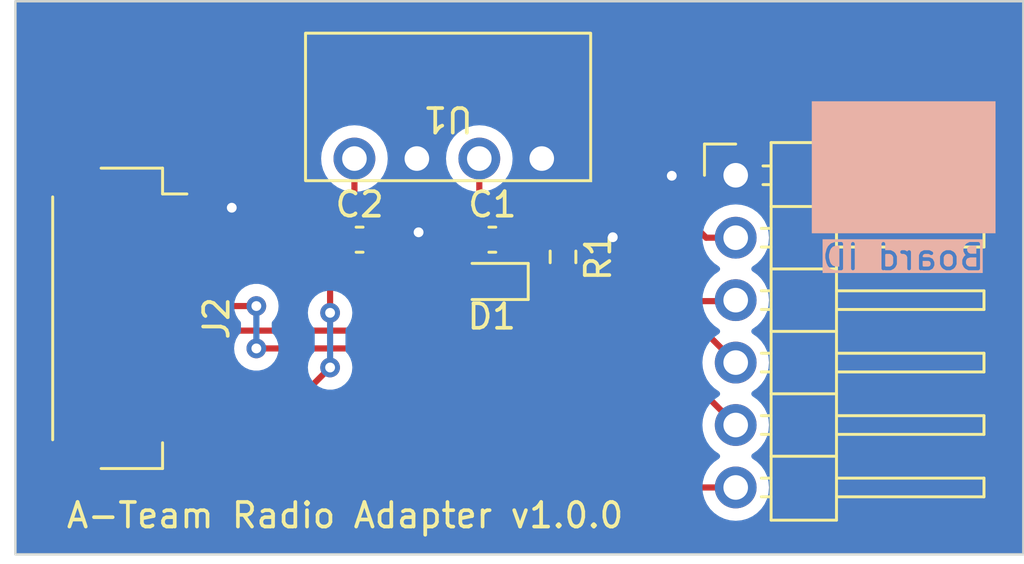
<source format=kicad_pcb>
(kicad_pcb (version 20221018) (generator pcbnew)
  (layers (0 "F.Cu" signal) (31 "B.Cu" signal) (34 "B.Paste" user) (35 "F.Paste" user) (36 "B.SilkS" user "B.Silkscreen") (37 "F.SilkS" user "F.Silkscreen") (38 "B.Mask" user) (39 "F.Mask" user) (44 "Edge.Cuts" user))
  (net 0 "")
  (net 1 "+5V")
  (net 2 "GND")
  (net 3 "+3.3V")
  (net 4 "Net-(D1-K)")
  (net 5 "/CTS")
  (net 6 "/TX")
  (net 7 "/RX")
  (net 8 "/RTS")
  (net 9 "/BOOT0_3v3")
  (net 10 "/RST_3v3")
  (footprint "Connector_PinHeader_2.54mm:PinHeader_1x06_P2.54mm_Horizontal" (layer "F.Cu") (at 165.3 75.08)
    (fp_text reference "J1" (at 4.385 -2.27) (layer "F.SilkS"))
    (fp_text value "Conn_01x06")
    (fp_line (start -1.27 -1.27) (end 0 -1.27) (stroke (width 0.12)) (layer "F.SilkS"))
    (fp_line (start -1.27 0) (end -1.27 -1.27) (stroke (width 0.12)) (layer "F.SilkS"))
    (fp_line (start 1.042929 2.16) (end 1.44 2.16) (stroke (width 0.12)) (layer "F.SilkS"))
    (fp_line (start 1.042929 2.92) (end 1.44 2.92) (stroke (width 0.12)) (layer "F.SilkS"))
    (fp_line (start 1.042929 4.7) (end 1.44 4.7) (stroke (width 0.12)) (layer "F.SilkS"))
    (fp_line (start 1.042929 5.46) (end 1.44 5.46) (stroke (width 0.12)) (layer "F.SilkS"))
    (fp_line (start 1.042929 7.24) (end 1.44 7.24) (stroke (width 0.12)) (layer "F.SilkS"))
    (fp_line (start 1.042929 8) (end 1.44 8) (stroke (width 0.12)) (layer "F.SilkS"))
    (fp_line (start 1.042929 9.78) (end 1.44 9.78) (stroke (width 0.12)) (layer "F.SilkS"))
    (fp_line (start 1.042929 10.54) (end 1.44 10.54) (stroke (width 0.12)) (layer "F.SilkS"))
    (fp_line (start 1.042929 12.32) (end 1.44 12.32) (stroke (width 0.12)) (layer "F.SilkS"))
    (fp_line (start 1.042929 13.08) (end 1.44 13.08) (stroke (width 0.12)) (layer "F.SilkS"))
    (fp_line (start 1.11 -0.38) (end 1.44 -0.38) (stroke (width 0.12)) (layer "F.SilkS"))
    (fp_line (start 1.11 0.38) (end 1.44 0.38) (stroke (width 0.12)) (layer "F.SilkS"))
    (fp_line (start 1.44 -1.33) (end 1.44 14.03) (stroke (width 0.12)) (layer "F.SilkS"))
    (fp_line (start 1.44 1.27) (end 4.1 1.27) (stroke (width 0.12)) (layer "F.SilkS"))
    (fp_line (start 1.44 3.81) (end 4.1 3.81) (stroke (width 0.12)) (layer "F.SilkS"))
    (fp_line (start 1.44 6.35) (end 4.1 6.35) (stroke (width 0.12)) (layer "F.SilkS"))
    (fp_line (start 1.44 8.89) (end 4.1 8.89) (stroke (width 0.12)) (layer "F.SilkS"))
    (fp_line (start 1.44 11.43) (end 4.1 11.43) (stroke (width 0.12)) (layer "F.SilkS"))
    (fp_line (start 1.44 14.03) (end 4.1 14.03) (stroke (width 0.12)) (layer "F.SilkS"))
    (fp_line (start 4.1 -1.33) (end 1.44 -1.33) (stroke (width 0.12)) (layer "F.SilkS"))
    (fp_line (start 4.1 -0.38) (end 10.1 -0.38) (stroke (width 0.12)) (layer "F.SilkS"))
    (fp_line (start 4.1 -0.32) (end 10.1 -0.32) (stroke (width 0.12)) (layer "F.SilkS"))
    (fp_line (start 4.1 -0.2) (end 10.1 -0.2) (stroke (width 0.12)) (layer "F.SilkS"))
    (fp_line (start 4.1 -0.08) (end 10.1 -0.08) (stroke (width 0.12)) (layer "F.SilkS"))
    (fp_line (start 4.1 0.04) (end 10.1 0.04) (stroke (width 0.12)) (layer "F.SilkS"))
    (fp_line (start 4.1 0.16) (end 10.1 0.16) (stroke (width 0.12)) (layer "F.SilkS"))
    (fp_line (start 4.1 0.28) (end 10.1 0.28) (stroke (width 0.12)) (layer "F.SilkS"))
    (fp_line (start 4.1 2.16) (end 10.1 2.16) (stroke (width 0.12)) (layer "F.SilkS"))
    (fp_line (start 4.1 4.7) (end 10.1 4.7) (stroke (width 0.12)) (layer "F.SilkS"))
    (fp_line (start 4.1 7.24) (end 10.1 7.24) (stroke (width 0.12)) (layer "F.SilkS"))
    (fp_line (start 4.1 9.78) (end 10.1 9.78) (stroke (width 0.12)) (layer "F.SilkS"))
    (fp_line (start 4.1 12.32) (end 10.1 12.32) (stroke (width 0.12)) (layer "F.SilkS"))
    (fp_line (start 4.1 14.03) (end 4.1 -1.33) (stroke (width 0.12)) (layer "F.SilkS"))
    (fp_line (start 10.1 -0.38) (end 10.1 0.38) (stroke (width 0.12)) (layer "F.SilkS"))
    (fp_line (start 10.1 0.38) (end 4.1 0.38) (stroke (width 0.12)) (layer "F.SilkS"))
    (fp_line (start 10.1 2.16) (end 10.1 2.92) (stroke (width 0.12)) (layer "F.SilkS"))
    (fp_line (start 10.1 2.92) (end 4.1 2.92) (stroke (width 0.12)) (layer "F.SilkS"))
    (fp_line (start 10.1 4.7) (end 10.1 5.46) (stroke (width 0.12)) (layer "F.SilkS"))
    (fp_line (start 10.1 5.46) (end 4.1 5.46) (stroke (width 0.12)) (layer "F.SilkS"))
    (fp_line (start 10.1 7.24) (end 10.1 8) (stroke (width 0.12)) (layer "F.SilkS"))
    (fp_line (start 10.1 8) (end 4.1 8) (stroke (width 0.12)) (layer "F.SilkS"))
    (fp_line (start 10.1 9.78) (end 10.1 10.54) (stroke (width 0.12)) (layer "F.SilkS"))
    (fp_line (start 10.1 10.54) (end 4.1 10.54) (stroke (width 0.12)) (layer "F.SilkS"))
    (fp_line (start 10.1 12.32) (end 10.1 13.08) (stroke (width 0.12)) (layer "F.SilkS"))
    (fp_line (start 10.1 13.08) (end 4.1 13.08) (stroke (width 0.12)) (layer "F.SilkS"))
    (pad "1" thru_hole rect (at 0 0) (size 1.7 1.7) (drill 1) (layers "*.Cu" "*.Mask") (net 2 "GND"))
    (pad "2" thru_hole oval (at 0 2.54) (size 1.7 1.7) (drill 1) (layers "*.Cu" "*.Mask") (net 5 "/CTS"))
    (pad "3" thru_hole oval (at 0 5.08) (size 1.7 1.7) (drill 1) (layers "*.Cu" "*.Mask") (net 1 "+5V"))
    (pad "4" thru_hole oval (at 0 7.62) (size 1.7 1.7) (drill 1) (layers "*.Cu" "*.Mask") (net 6 "/TX"))
    (pad "5" thru_hole oval (at 0 10.16) (size 1.7 1.7) (drill 1) (layers "*.Cu" "*.Mask") (net 7 "/RX"))
    (pad "6" thru_hole oval (at 0 12.7) (size 1.7 1.7) (drill 1) (layers "*.Cu" "*.Mask") (net 8 "/RTS"))
  )
  (footprint "AT-Modules:B0503S-1WR3" (layer "F.Cu") (at 153.6 72.3 180)
    (fp_text reference "U1" (at 0 -0.5 180 unlocked) (layer "F.SilkS"))
    (fp_text value "~")
    (fp_rect (start -5.8 -3) (end 5.8 3) (stroke (width 0.12)) (fill none) (layer "F.SilkS"))
    (pad "1" thru_hole rect (at -3.81 -2.1 180) (size 1.7 1.7) (drill 1) (layers "*.Cu" "*.Mask") (net 2 "GND"))
    (pad "2" thru_hole oval (at -1.27 -2.1 180) (size 1.7 1.7) (drill 1) (layers "*.Cu" "*.Mask") (net 1 "+5V"))
    (pad "3" thru_hole oval (at 1.27 -2.1 180) (size 1.7 1.7) (drill 1) (layers "*.Cu" "*.Mask") (net 2 "GND"))
    (pad "4" thru_hole oval (at 3.81 -2.1 180) (size 1.7 1.7) (drill 1) (layers "*.Cu" "*.Mask") (net 3 "+3.3V"))
  )
  (footprint "Connector_JST:JST_SH_SM10B-SRSS-TB_1x10-1MP_P1.00mm_Horizontal" (layer "F.Cu") (at 140.2 80.9 -90)
    (fp_text reference "J2" (at 0 -3.98 90) (layer "F.SilkS"))
    (fp_text value "Conn_01x10")
    (fp_line (start -6.11 -1.785) (end -5.06 -1.785) (stroke (width 0.12)) (layer "F.SilkS"))
    (fp_line (start -6.11 0.715) (end -6.11 -1.785) (stroke (width 0.12)) (layer "F.SilkS"))
    (fp_line (start -5.06 -1.785) (end -5.06 -2.775) (stroke (width 0.12)) (layer "F.SilkS"))
    (fp_line (start -4.94 2.685) (end 4.94 2.685) (stroke (width 0.12)) (layer "F.SilkS"))
    (fp_line (start 6.11 -1.785) (end 5.06 -1.785) (stroke (width 0.12)) (layer "F.SilkS"))
    (fp_line (start 6.11 0.715) (end 6.11 -1.785) (stroke (width 0.12)) (layer "F.SilkS"))
    (pad "1" smd roundrect (at -4.5 -2 270) (size 0.6 1.55) (layers "F.Cu" "F.Paste" "F.Mask") (net 2 "GND"))
    (pad "2" smd roundrect (at -3.5 -2 270) (size 0.6 1.55) (layers "F.Cu" "F.Paste" "F.Mask") (net 2 "GND"))
    (pad "3" smd roundrect (at -2.5 -2 270) (size 0.6 1.55) (layers "F.Cu" "F.Paste" "F.Mask") (net 8 "/RTS"))
    (pad "4" smd roundrect (at -1.5 -2 270) (size 0.6 1.55) (layers "F.Cu" "F.Paste" "F.Mask") (net 5 "/CTS"))
    (pad "5" smd roundrect (at -0.5 -2 270) (size 0.6 1.55) (layers "F.Cu" "F.Paste" "F.Mask") (net 7 "/RX"))
    (pad "6" smd roundrect (at 0.5 -2 270) (size 0.6 1.55) (layers "F.Cu" "F.Paste" "F.Mask") (net 6 "/TX"))
    (pad "7" smd roundrect (at 1.5 -2 270) (size 0.6 1.55) (layers "F.Cu" "F.Paste" "F.Mask") (net 9 "/BOOT0_3v3"))
    (pad "8" smd roundrect (at 2.5 -2 270) (size 0.6 1.55) (layers "F.Cu" "F.Paste" "F.Mask") (net 10 "/RST_3v3"))
    (pad "9" smd roundrect (at 3.5 -2 270) (size 0.6 1.55) (layers "F.Cu" "F.Paste" "F.Mask") (net 3 "+3.3V"))
    (pad "10" smd roundrect (at 4.5 -2 270) (size 0.6 1.55) (layers "F.Cu" "F.Paste" "F.Mask"))
    (pad "MP" smd roundrect (at -5.8 1.875 270) (size 1.2 1.8) (layers "F.Cu" "F.Paste" "F.Mask") (roundrect_rratio 0.2083333333))
    (pad "MP" smd roundrect (at 5.8 1.875 270) (size 1.2 1.8) (layers "F.Cu" "F.Paste" "F.Mask") (roundrect_rratio 0.2083333333))
  )
  (footprint "Capacitor_SMD:C_0603_1608Metric" (layer "F.Cu") (at 150 77.7)
    (fp_text reference "C2" (at 0 -1.43) (layer "F.SilkS"))
    (fp_text value "10u")
    (fp_line (start -0.14058 -0.51) (end 0.14058 -0.51) (stroke (width 0.12)) (layer "F.SilkS"))
    (fp_line (start -0.14058 0.51) (end 0.14058 0.51) (stroke (width 0.12)) (layer "F.SilkS"))
    (pad "1" smd roundrect (at -0.775 0) (size 0.9 0.95) (layers "F.Cu" "F.Paste" "F.Mask") (net 3 "+3.3V"))
    (pad "2" smd roundrect (at 0.775 0) (size 0.9 0.95) (layers "F.Cu" "F.Paste" "F.Mask") (net 2 "GND"))
  )
  (footprint "Resistor_SMD:R_0603_1608Metric" (layer "F.Cu") (at 158.275 78.4 -90)
    (fp_text reference "R1" (at 0 -1.43 90) (layer "F.SilkS"))
    (fp_text value "1k")
    (fp_line (start -0.237258 -0.5225) (end 0.237258 -0.5225) (stroke (width 0.12)) (layer "F.SilkS"))
    (fp_line (start -0.237258 0.5225) (end 0.237258 0.5225) (stroke (width 0.12)) (layer "F.SilkS"))
    (pad "1" smd roundrect (at -0.825 0 270) (size 0.8 0.95) (layers "F.Cu" "F.Paste" "F.Mask") (net 2 "GND"))
    (pad "2" smd roundrect (at 0.825 0 270) (size 0.8 0.95) (layers "F.Cu" "F.Paste" "F.Mask") (net 4 "Net-(D1-K)"))
  )
  (footprint "Capacitor_SMD:C_0603_1608Metric" (layer "F.Cu") (at 155.4 77.7)
    (fp_text reference "C1" (at 0 -1.43) (layer "F.SilkS"))
    (fp_text value "4.7u")
    (fp_line (start -0.14058 -0.51) (end 0.14058 -0.51) (stroke (width 0.12)) (layer "F.SilkS"))
    (fp_line (start -0.14058 0.51) (end 0.14058 0.51) (stroke (width 0.12)) (layer "F.SilkS"))
    (pad "1" smd roundrect (at -0.775 0) (size 0.9 0.95) (layers "F.Cu" "F.Paste" "F.Mask") (net 1 "+5V"))
    (pad "2" smd roundrect (at 0.775 0) (size 0.9 0.95) (layers "F.Cu" "F.Paste" "F.Mask") (net 2 "GND"))
  )
  (footprint "Diode_SMD:D_0603_1608Metric" (layer "F.Cu") (at 155.375 79.4 180)
    (fp_text reference "D1" (at 0 -1.43) (layer "F.SilkS"))
    (fp_text value "BL-HGE36G-AV-TRB")
    (fp_line (start -1.485 -0.735) (end -1.485 0.735) (stroke (width 0.12)) (layer "F.SilkS"))
    (fp_line (start -1.485 0.735) (end 0.8 0.735) (stroke (width 0.12)) (layer "F.SilkS"))
    (fp_line (start 0.8 -0.735) (end -1.485 -0.735) (stroke (width 0.12)) (layer "F.SilkS"))
    (pad "1" smd roundrect (at -0.7875 0 180) (size 0.875 0.95) (layers "F.Cu" "F.Paste" "F.Mask") (net 4 "Net-(D1-K)"))
    (pad "2" smd roundrect (at 0.7875 0 180) (size 0.875 0.95) (layers "F.Cu" "F.Paste" "F.Mask") (net 1 "+5V"))
  )
  (gr_rect (start 168.395 72.07) (end 175.87 77.44) (fill solid) (layer "B.SilkS"))
  (gr_rect (start 136 68) (end 177 90.5) (stroke (width 0.1)) (fill none) (layer "Edge.Cuts"))
  (gr_text "Board ID" (at 175.5 79) (layer "B.SilkS" knockout) (effects (font (size 1 1)) (justify left bottom mirror)))
  (gr_text "A-Team Radio Adapter v1.0.0" (at 138 89.5) (layer "F.SilkS") (effects (font (size 1 1)) (justify left bottom)))
  (segment (start 154.87 74.4) (end 154.87 77.455) (width 0.25) (layer "F.Cu") (net 1))
  (segment (start 154.5875 79.4) (end 155.3875 80.2) (width 0.25) (layer "F.Cu") (net 1))
  (segment (start 155.3875 80.2) (end 165.26 80.2) (width 0.25) (layer "F.Cu") (net 1))
  (segment (start 165.26 80.2) (end 165.3 80.16) (width 0.25) (layer "F.Cu") (net 1))
  (segment (start 154.625 79.3625) (end 154.5875 79.4) (width 0.25) (layer "F.Cu") (net 1))
  (segment (start 154.87 77.455) (end 154.625 77.7) (width 0.25) (layer "F.Cu") (net 1))
  (segment (start 154.625 77.7) (end 154.625 79.3625) (width 0.25) (layer "F.Cu") (net 1))
  (segment (start 156.175 77.7) (end 158.15 77.7) (width 0.25) (layer "F.Cu") (net 2))
  (segment (start 162.72 75.08) (end 162.7 75.1) (width 0.25) (layer "F.Cu") (net 2))
  (segment (start 158.275 77.575) (end 157.41 76.71) (width 0.25) (layer "F.Cu") (net 2))
  (segment (start 157.41 76.71) (end 157.41 74.4) (width 0.25) (layer "F.Cu") (net 2))
  (segment (start 158.275 77.575) (end 160.275 77.575) (width 0.25) (layer "F.Cu") (net 2))
  (segment (start 152.33 74.4) (end 152.33 76) (width 0.25) (layer "F.Cu") (net 2))
  (segment (start 152.33 76) (end 152.33 77.33) (width 0.25) (layer "F.Cu") (net 2))
  (segment (start 142.2 76.4) (end 144.8 76.4) (width 0.25) (layer "F.Cu") (net 2))
  (segment (start 152.33 76) (end 152.33 76.145) (width 0.25) (layer "F.Cu") (net 2))
  (segment (start 160.275 77.575) (end 160.3 77.6) (width 0.25) (layer "F.Cu") (net 2))
  (segment (start 142.2 76.4) (end 142.2 77.4) (width 0.25) (layer "F.Cu") (net 2))
  (segment (start 152.33 76.145) (end 150.775 77.7) (width 0.25) (layer "F.Cu") (net 2))
  (segment (start 165.3 75.08) (end 162.72 75.08) (width 0.25) (layer "F.Cu") (net 2))
  (segment (start 152.33 77.33) (end 152.4 77.4) (width 0.25) (layer "F.Cu") (net 2))
  (segment (start 158.15 77.7) (end 158.275 77.575) (width 0.25) (layer "F.Cu") (net 2))
  (via (at 144.8 76.4) (size 0.8) (drill 0.4) (layers "F.Cu" "B.Cu") (net 2))
  (via (at 152.4 77.4) (size 0.8) (drill 0.4) (layers "F.Cu" "B.Cu") (net 2))
  (via (at 160.3 77.6) (size 0.8) (drill 0.4) (layers "F.Cu" "B.Cu") (net 2))
  (via (at 162.7 75.1) (size 0.8) (drill 0.4) (layers "F.Cu" "B.Cu") (net 2))
  (segment (start 149.79 74.4) (end 149.79 77.135) (width 0.25) (layer "F.Cu") (net 3))
  (segment (start 149.79 77.135) (end 149.225 77.7) (width 0.25) (layer "F.Cu") (net 3))
  (segment (start 148.8 80.6755) (end 148.8 78.125) (width 0.25) (layer "F.Cu") (net 3))
  (segment (start 142.2 84.4) (end 147.3 84.4) (width 0.25) (layer "F.Cu") (net 3))
  (segment (start 147.3 84.4) (end 148.8 82.9) (width 0.25) (layer "F.Cu") (net 3))
  (segment (start 148.8 78.125) (end 149.225 77.7) (width 0.25) (layer "F.Cu") (net 3))
  (via (at 148.8 82.9) (size 0.8) (drill 0.4) (layers "F.Cu" "B.Cu") (net 3))
  (via (at 148.8 80.6755) (size 0.8) (drill 0.4) (layers "F.Cu" "B.Cu") (net 3))
  (segment (start 148.8 82.9) (end 148.8 80.6755) (width 0.25) (layer "B.Cu") (net 3))
  (segment (start 158.1 79.4) (end 158.275 79.225) (width 0.25) (layer "F.Cu") (net 4))
  (segment (start 156.1625 79.4) (end 158.1 79.4) (width 0.25) (layer "F.Cu") (net 4))
  (segment (start 165.3 77.62) (end 164.097919 77.62) (width 0.25) (layer "F.Cu") (net 5))
  (segment (start 160 73.522081) (end 160 72.8) (width 0.25) (layer "F.Cu") (net 5))
  (segment (start 146.8 79.2) (end 142.4 79.2) (width 0.25) (layer "F.Cu") (net 5))
  (segment (start 142.4 79.2) (end 142.2 79.4) (width 0.25) (layer "F.Cu") (net 5))
  (segment (start 146.8 73.3) (end 146.8 79.2) (width 0.25) (layer "F.Cu") (net 5))
  (segment (start 160 72.8) (end 147.3 72.8) (width 0.25) (layer "F.Cu") (net 5))
  (segment (start 147.3 72.8) (end 146.8 73.3) (width 0.25) (layer "F.Cu") (net 5))
  (segment (start 164.097919 77.62) (end 160 73.522081) (width 0.25) (layer "F.Cu") (net 5))
  (segment (start 142.2 81.4) (end 164 81.4) (width 0.25) (layer "F.Cu") (net 6))
  (segment (start 164 81.4) (end 165.3 82.7) (width 0.25) (layer "F.Cu") (net 6))
  (segment (start 142.2 80.4) (end 145.8 80.4) (width 0.25) (layer "F.Cu") (net 7))
  (segment (start 162.1845 82.1245) (end 165.3 85.24) (width 0.25) (layer "F.Cu") (net 7))
  (segment (start 145.8 82.1245) (end 162.1845 82.1245) (width 0.25) (layer "F.Cu") (net 7))
  (via (at 145.8 82.1245) (size 0.8) (drill 0.4) (layers "F.Cu" "B.Cu") (net 7))
  (via (at 145.8 80.4) (size 0.8) (drill 0.4) (layers "F.Cu" "B.Cu") (net 7))
  (segment (start 145.8 80.4) (end 145.8 82.1245) (width 0.25) (layer "B.Cu") (net 7))
  (segment (start 142.2 78.4) (end 141.753249 78.4) (width 0.25) (layer "F.Cu") (net 8))
  (segment (start 141.1 79.053249) (end 141.1 85.8) (width 0.25) (layer "F.Cu") (net 8))
  (segment (start 141.1 85.8) (end 143.08 87.78) (width 0.25) (layer "F.Cu") (net 8))
  (segment (start 141.753249 78.4) (end 141.1 79.053249) (width 0.25) (layer "F.Cu") (net 8))
  (segment (start 143.08 87.78) (end 165.3 87.78) (width 0.25) (layer "F.Cu") (net 8))
  (zone (net 2) (net_name "GND") (layer "B.Cu") (name "Ground") (connect_pads yes (clearance 0.5)) (min_thickness 0.25) (fill yes (thermal_gap 0.5) (thermal_bridge_width 0.5))
    (polygon (pts (xy 136 68) (xy 136 90.5) (xy 177 90.5) (xy 177 68)))
  )
)
</source>
